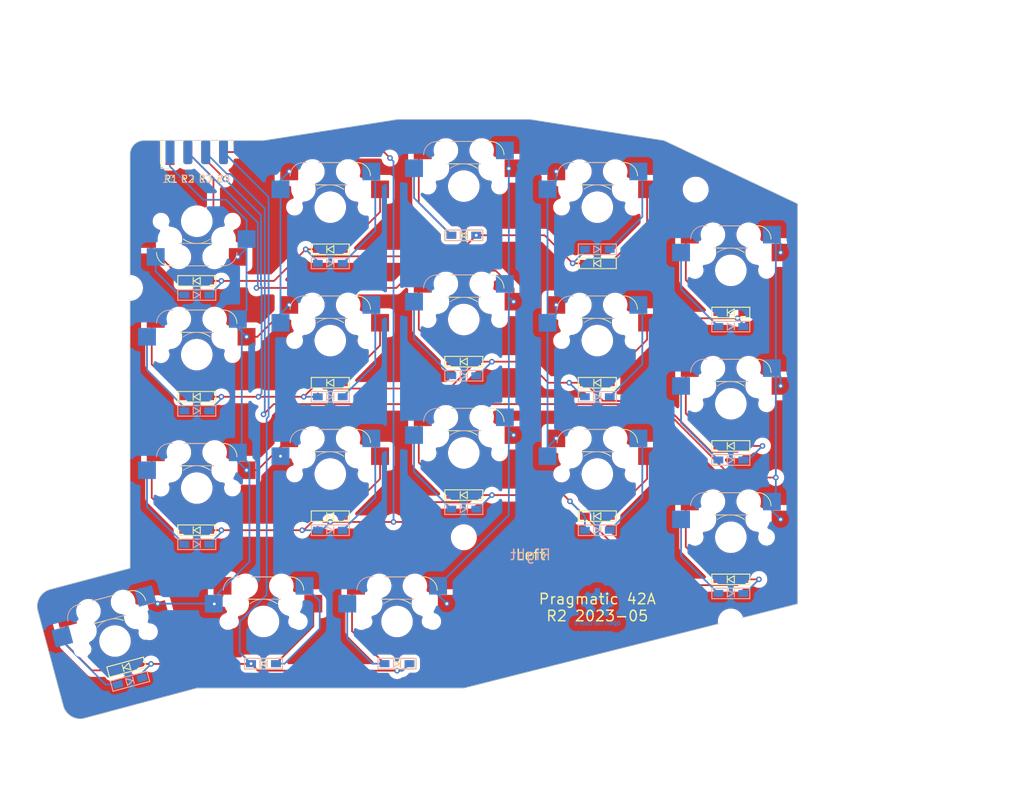
<source format=kicad_pcb>
(kicad_pcb (version 20221018) (generator pcbnew)
  (title_block (title "Pragmatic 36A") (date "2023-05-24") (rev "1") (company "Pragmatic Inc.") (comment 1 "Designed by James Sa"))
  (layers (0 "F.Cu" signal) (31 "B.Cu" signal) (34 "B.Paste" user) (35 "F.Paste" user) (36 "B.SilkS" user "B.Silkscreen") (37 "F.SilkS" user "F.Silkscreen") (38 "B.Mask" user) (39 "F.Mask" user) (44 "Edge.Cuts" user))
  (net 0 "")
  (net 1 "Net-(D14-K)")
  (net 2 "Row 2")
  (net 3 "Net-(D15-A)")
  (net 4 "Net-(D16-K)")
  (net 5 "Net-(D17-A)")
  (net 6 "Net-(D18-K)")
  (net 7 "Net-(D19-A)")
  (net 8 "Net-(D20-K)")
  (net 9 "Net-(D21-A)")
  (net 10 "Net-(D22-K)")
  (net 11 "Net-(D23-A)")
  (net 12 "C12")
  (net 13 "C34")
  (net 14 "C56")
  (net 15 "Row 3")
  (net 16 "Row 4")
  (net 17 "Row 5")
  (net 18 "Net-(D26-K)")
  (net 19 "Net-(D27-A)")
  (net 20 "Net-(D28-K)")
  (net 21 "Net-(D29-A)")
  (net 22 "Net-(D30-K)")
  (net 23 "Net-(D31-A)")
  (net 24 "Net-(D32-K)")
  (net 25 "Net-(D33-A)")
  (net 26 "Net-(D34-K)")
  (net 27 "Net-(D35-A)")
  (net 28 "Net-(D38-K)")
  (net 29 "Net-(D39-A)")
  (net 30 "Net-(D40-K)")
  (net 31 "Net-(D41-A)")
  (net 32 "Net-(D42-K)")
  (net 33 "Net-(D43-A)")
  (net 34 "Net-(D44-K)")
  (net 35 "Net-(D45-A)")
  (net 36 "Net-(D46-K)")
  (net 37 "Net-(D47-A)")
  (net 38 "Net-(D52-K)")
  (net 39 "Net-(D53-A)")
  (net 40 "Net-(D54-K)")
  (net 41 "Net-(D55-A)")
  (net 42 "Net-(D56-K)")
  (net 43 "Net-(D57-A)")
  (footprint "Keyboard_JSA:MX_Hotswap" (layer "F.Cu") (at 138 72)
    (fp_text reference "SW20" hide)
    (fp_text value "SW_Push_45deg" hide)
  )
  (footprint "Keyboard_JSA:MX_Hotswap Reverse" (layer "F.Cu") (at 138 72)
    (fp_text reference "SW17" hide)
    (fp_text value "SW_Push_45deg" hide)
  )
  (footprint "MountingHole:MountingHole_3.2mm_M3_DIN965" (layer "F.Cu") (at 157 119)
    (fp_text reference "H1" hide)
    (fp_text value "MountingHole" hide)
  )
  (footprint "Keyboard_JSA:MX_Hotswap Reverse" (layer "F.Cu") (at 138 91)
    (fp_text reference "SW29" hide)
    (fp_text value "SW_Push_45deg" hide)
  )
  (footprint "Keyboard_Foostan:D3_SMD_v2" (layer "F.Cu") (at 176 97)
    (fp_text reference "D27" hide)
    (fp_text value "1N4448W" hide)
  )
  (footprint "Keyboard_Foostan:D3_SMD_v2" (layer "F.Cu") (at 119 82.5)
    (fp_text reference "D18" hide)
    (fp_text value "1N4448W" hide)
  )
  (footprint "Keyboard_JSA:MX_Hotswap" (layer "F.Cu") (at 176 72)
    (fp_text reference "SW22" hide)
    (fp_text value "SW_Push_45deg" hide)
  )
  (footprint "Keyboard_JSA:MX_Hotswap" (layer "F.Cu") (at 138 110)
    (fp_text reference "SW44" hide)
    (fp_text value "SW_Push_45deg" hide)
  )
  (footprint "Keyboard_JSA:MX_Hotswap Reverse" (layer "F.Cu") (at 176 72)
    (fp_text reference "SW15" hide)
    (fp_text value "SW_Push_45deg" hide)
  )
  (footprint "Keyboard_Foostan:D3_SMD_v2" (layer "F.Cu") (at 176 80)
    (fp_text reference "D15" hide)
    (fp_text value "1N4448W" hide)
  )
  (footprint "Keyboard_JSA:MX_Hotswap" (layer "F.Cu") (at 176 91)
    (fp_text reference "SW34" hide)
    (fp_text value "SW_Push_45deg" hide)
  )
  (footprint "Keyboard_Foostan:D3_SMD_v2" (layer "F.Cu") (at 147.500016 137)
    (fp_text reference "D52" hide)
    (fp_text value "1N4448W" hide)
  )
  (footprint "Keyboard_Foostan:D3_SMD_v2" (layer "F.Cu") (at 157 76)
    (fp_text reference "D16" hide)
    (fp_text value "1N4448W" hide)
  )
  (footprint "Keyboard_JSA:MX_Hotswap Reverse" (layer "F.Cu") (at 195 100)
    (fp_text reference "SW26" hide)
    (fp_text value "SW_Push_45deg" hide)
  )
  (footprint "Keyboard_JSA:MX_Hotswap" (layer "F.Cu") (at 157 69)
    (fp_text reference "SW21" hide)
    (fp_text value "SW_Push_45deg" hide)
  )
  (footprint "Keyboard_JSA:MX_Hotswap" (layer "F.Cu") (at 119 74 180)
    (fp_text reference "SW19" hide)
    (fp_text value "SW_Push_45deg" hide)
  )
  (footprint "Keyboard_JSA:MX_Hotswap" (layer "F.Cu") (at 157 107)
    (fp_text reference "SW45" hide)
    (fp_text value "SW_Push_45deg" hide)
  )
  (footprint "Keyboard_JSA:MX_Hotswap Reverse" (layer "F.Cu") (at 195 119)
    (fp_text reference "SW38" hide)
    (fp_text value "SW_Push_45deg" hide)
  )
  (footprint "Keyboard_Foostan:D3_SMD_v2" (layer "F.Cu") (at 109 137.5 15)
    (fp_text reference "D54" hide)
    (fp_text value "1N4448W" hide)
  )
  (footprint "Keyboard_JSA:MX_Hotswap" (layer "F.Cu") (at 157 88)
    (fp_text reference "SW33" hide)
    (fp_text value "SW_Push_45deg" hide)
  )
  (footprint "Keyboard_JSA:MX_Hotswap Reverse" (layer "F.Cu") (at 176 91)
    (fp_text reference "SW27" hide)
    (fp_text value "SW_Push_45deg" hide)
  )
  (footprint "Keyboard_JSA:MX_Hotswap" (layer "F.Cu") (at 195 119)
    (fp_text reference "SW47" hide)
    (fp_text value "SW_Push_45deg" hide)
  )
  (footprint "Keyboard_Foostan:D3_SMD_v2" (layer "F.Cu") (at 128.5 137)
    (fp_text reference "D53" hide)
    (fp_text value "1N4448W" hide)
  )
  (footprint "Keyboard_Foostan:D3_SMD_v2" (layer "F.Cu") (at 176 116)
    (fp_text reference "D39" hide)
    (fp_text value "1N4448W" hide)
  )
  (footprint "Keyboard_JSA:MX_Hotswap Reverse" (layer "F.Cu") (at 147.5 131)
    (fp_text reference "SW52" hide)
    (fp_text value "SW_Push_45deg" hide)
  )
  (footprint "Keyboard_JSA:MX_Hotswap" (layer "F.Cu") (at 138 91)
    (fp_text reference "SW32" hide)
    (fp_text value "SW_Push_45deg" hide)
  )
  (footprint "Keyboard_Foostan:D3_SMD_v2" (layer "F.Cu") (at 119 118)
    (fp_text reference "D42" hide)
    (fp_text value "1N4448W" hide)
  )
  (footprint "Keyboard_Foostan:D3_SMD_v2" (layer "F.Cu") (at 119 99)
    (fp_text reference "D30" hide)
    (fp_text value "1N4448W" hide)
  )
  (footprint "Keyboard_Foostan:D3_SMD_v2" (layer "F.Cu") (at 157 94)
    (fp_text reference "D28" hide)
    (fp_text value "1N4448W" hide)
  )
  (footprint "Keyboard_JSA:MX_Hotswap" (layer "F.Cu") (at 195 100)
    (fp_text reference "SW35" hide)
    (fp_text value "SW_Push_45deg" hide)
  )
  (footprint "Keyboard_JSA:MX_Hotswap" (layer "F.Cu") (at 119 112)
    (fp_text reference "SW43" hide)
    (fp_text value "SW_Push_45deg" hide)
  )
  (footprint "Keyboard_JSA:MX_Hotswap" (layer "F.Cu") (at 119 93)
    (fp_text reference "SW31" hide)
    (fp_text value "SW_Push_45deg" hide)
  )
  (footprint "Keyboard_JSA:MX_Hotswap Reverse" (layer "F.Cu") (at 157 88)
    (fp_text reference "SW28" hide)
    (fp_text value "SW_Push_45deg" hide)
  )
  (footprint "MountingHole:MountingHole_3.2mm_M3_DIN965" (layer "F.Cu") (at 195 131)
    (fp_text reference "H2" hide)
    (fp_text value "MountingHole" hide)
  )
  (footprint "Keyboard_JSA:MX_Hotswap Reverse" (layer "F.Cu") (at 119 112)
    (fp_text reference "SW42" hide)
    (fp_text value "SW_Push_45deg" hide)
  )
  (footprint "Keyboard_JSA:MX_Hotswap Reverse" (layer "F.Cu") (at 195 81)
    (fp_text reference "SW14" hide)
    (fp_text value "SW_Push_45deg" hide)
  )
  (footprint "Keyboard_JSA:MX_Hotswap Reverse" (layer "F.Cu") (at 119 93)
    (fp_text reference "SW30" hide)
    (fp_text value "SW_Push_45deg" hide)
  )
  (footprint "MountingHole:MountingHole_3.2mm_M3_DIN965" (layer "F.Cu") (at 190 69.5)
    (fp_text reference "H3" hide)
    (fp_text value "MountingHole" hide)
  )
  (footprint "Keyboard_JSA:matrix_connector" (layer "F.Cu") (at 119 62.5 -90)
    (fp_text reference "J1" hide)
    (fp_text value "Conn_02x04_Odd_Even" hide)
    (fp_line (start 0 -7.5) (end 0 7.5) (stroke (width 0.12)) (layer "Edge.Cuts"))
  )
  (footprint "Keyboard_Foostan:D3_SMD_v2" (layer "F.Cu") (at 195 106)
    (fp_text reference "D26" hide)
    (fp_text value "1N4448W" hide)
  )
  (footprint "Keyboard_JSA:MX_Hotswap Reverse" (layer "F.Cu") (at 128.5 131)
    (fp_text reference "SW53" hide)
    (fp_text value "SW_Push_45deg" hide)
  )
  (footprint "MountingHole:MountingHole_3.2mm_M3_DIN965" (layer "F.Cu") (at 109.5 83.5)
    (fp_text reference "H4" hide)
    (fp_text value "MountingHole" hide)
  )
  (footprint "Keyboard_JSA:MX_Hotswap Reverse" (layer "F.Cu") (at 119 74 180)
    (fp_text reference "SW18" hide)
    (fp_text value "SW_Push_45deg" hide)
  )
  (footprint "Keyboard_JSA:MX_Hotswap" (layer "F.Cu") (at 195 81)
    (fp_text reference "SW23" hide)
    (fp_text value "SW_Push_45deg" hide)
  )
  (footprint "Keyboard_JSA:MX_Hotswap Reverse" (layer "F.Cu") (at 157 107)
    (fp_text reference "SW40" hide)
    (fp_text value "SW_Push_45deg" hide)
  )
  (footprint "Keyboard_JSA:MX_Hotswap Reverse" (layer "F.Cu") (at 138 110)
    (fp_text reference "SW41" hide)
    (fp_text value "SW_Push_45deg" hide)
  )
  (footprint "Keyboard_Foostan:D3_SMD_v2" (layer "F.Cu") (at 195 87)
    (fp_text reference "D14" hide)
    (fp_text value "1N4448W" hide)
  )
  (footprint "Keyboard_Foostan:D3_SMD_v2" (layer "F.Cu") (at 138 78)
    (fp_text reference "D17" hide)
    (fp_text value "1N4448W" hide)
  )
  (footprint "Keyboard_JSA:MX_Hotswap Reverse" (layer "F.Cu") (at 176 110)
    (fp_text reference "SW39" hide)
    (fp_text value "SW_Push_45deg" hide)
  )
  (footprint "Keyboard_Foostan:D3_SMD_v2" (layer "F.Cu") (at 157 113)
    (fp_text reference "D40" hide)
    (fp_text value "1N4448W" hide)
  )
  (footprint "Keyboard_JSA:MX_Hotswap" (layer "F.Cu") (at 176 110)
    (fp_text reference "SW46" hide)
    (fp_text value "SW_Push_45deg" hide)
  )
  (footprint "Keyboard_Foostan:D3_SMD_v2" (layer "F.Cu") (at 138 97)
    (fp_text reference "D29" hide)
    (fp_text value "1N4448W" hide)
  )
  (footprint "Keyboard_JSA:MX_Hotswap Reverse" (layer "F.Cu") (at 157 69)
    (fp_text reference "SW16" hide)
    (fp_text value "SW_Push_45deg" hide)
  )
  (footprint "Keyboard_JSA:MX_Hotswap Reverse" (layer "F.Cu") (at 107.365 133.782 15)
    (fp_text reference "SW54" hide)
    (fp_text value "SW_Push_45deg" hide)
  )
  (footprint "Keyboard_Foostan:D3_SMD_v2" (layer "F.Cu") (at 195 125)
    (fp_text reference "D38" hide)
    (fp_text value "1N4448W" hide)
  )
  (footprint "Keyboard_Foostan:D3_SMD_v2" (layer "F.Cu") (at 138 116)
    (fp_text reference "D41" hide)
    (fp_text value "1N4448W" hide)
  )
  (footprint "Keyboard_Foostan:D3_SMD_v2" (layer "B.Cu") (at 195 127 180)
    (fp_text reference "D47" hide)
    (fp_text value "1N4448W" hide)
  )
  (footprint "Keyboard_Foostan:D3_SMD_v2" (layer "B.Cu") (at 138 99 180)
    (fp_text reference "D32" hide)
    (fp_text value "1N4448W" hide)
  )
  (footprint "Keyboard_Foostan:D3_SMD_v2" (layer "B.Cu") (at 157 76 180)
    (fp_text reference "D21" hide)
    (fp_text value "1N4448W" hide)
  )
  (footprint "Keyboard_Foostan:D3_SMD_v2" (layer "B.Cu") (at 128.5 137 180)
    (fp_text reference "D56" hide)
    (fp_text value "1N4448W" hide)
  )
  (footprint "Keyboard_Foostan:D3_SMD_v2" (layer "B.Cu") (at 147.5 137 180)
    (fp_text reference "D57" hide)
    (fp_text value "1N4448W" hide)
  )
  (footprint "Keyboard_Foostan:D3_SMD_v2" (layer "B.Cu") (at 195 89 180)
    (fp_text reference "D23" hide)
    (fp_text value "1N4448W" hide)
  )
  (footprint "Keyboard_Foostan:D3_SMD_v2" (layer "B.Cu") (at 119 101 180)
    (fp_text reference "D31" hide)
    (fp_text value "1N4448W" hide)
  )
  (footprint "Keyboard_JSA:MX_Hotswap_KH" (layer "B.Cu") (at 107.365004 133.782 -165)
    (fp_text reference "SW55" hide)
    (fp_text value "SW_Push_45deg" hide)
  )
  (footprint "Keyboard_JSA:OSHW-Logo2_7.3x6mm_Copper" (layer "B.Cu") (at 176 129 180)
    (fp_text reference "REF**" hide)
    (fp_text value "OSHW-Logo2_7.3x6mm_Copper" hide)
  )
  (footprint "Keyboard_Foostan:D3_SMD_v2" (layer "B.Cu") (at 176 118 180)
    (fp_text reference "D46" hide)
    (fp_text value "1N4448W" hide)
  )
  (footprint "Keyboard_Foostan:D3_SMD_v2" (layer "B.Cu") (at 138 118 180)
    (fp_text reference "D44" hide)
    (fp_text value "1N4448W" hide)
  )
  (footprint "Keyboard_Foostan:D3_SMD_v2" (layer "B.Cu") (at 195 108 180)
    (fp_text reference "D35" hide)
    (fp_text value "1N4448W" hide)
  )
  (footprint "Keyboard_Foostan:D3_SMD_v2" (layer "B.Cu") (at 119 120 180)
    (fp_text reference "D43" hide)
    (fp_text value "1N4448W" hide)
  )
  (footprint "Keyboard_Foostan:D3_SMD_v2" (layer "B.Cu") (at 119 84.5 180)
    (fp_text reference "D19" hide)
    (fp_text value "1N4448W" hide)
  )
  (footprint "Keyboard_Foostan:D3_SMD_v2" (layer "B.Cu") (at 138 80 180)
    (fp_text reference "D20" hide)
    (fp_text value "1N4448W" hide)
  )
  (footprint "Keyboard_Foostan:D3_SMD_v2" (layer "B.Cu") (at 157 96 180)
    (fp_text reference "D33" hide)
    (fp_text value "1N4448W" hide)
  )
  (footprint "Keyboard_Foostan:D3_SMD_v2" (layer "B.Cu") (at 176 78 180)
    (fp_text reference "D22" hide)
    (fp_text value "1N4448W" hide)
  )
  (footprint "Keyboard_Foostan:D3_SMD_v2" (layer "B.Cu") (at 157 115 180)
    (fp_text reference "D45" hide)
    (fp_text value "1N4448W" hide)
  )
  (footprint "Keyboard_Foostan:D3_SMD_v2" (layer "B.Cu") (at 176 99 180)
    (fp_text reference "D34" hide)
    (fp_text value "1N4448W" hide)
  )
  (footprint "Keyboard_JSA:MX_Hotswap_KH" (layer "B.Cu") (at 128.500004 131 180)
    (fp_text reference "SW56" hide)
    (fp_text value "SW_Push_45deg" hide)
  )
  (footprint "Keyboard_Foostan:D3_SMD_v2" (layer "B.Cu") (at 109.5 139.5 -165)
    (fp_text reference "D55" hide)
    (fp_text value "1N4448W" hide)
  )
  (footprint "Keyboard_JSA:MX_Hotswap_KH" (layer "B.Cu") (at 147.5 131 180)
    (fp_text reference "SW57" hide)
    (fp_text value "SW_Push_45deg" hide)
  )
  (gr_line (start 147.5 59.5) (end 128.5 62.5) (stroke (width 0.1)) (layer "Edge.Cuts"))
  (gr_line (start 185.5 62.5) (end 166.5 59.5) (stroke (width 0.1)) (layer "Edge.Cuts"))
  (gr_line (start 109.5001 64.519985) (end 109.5 123.4) (stroke (width 0.1)) (layer "Edge.Cuts"))
  (gr_line (start 128.5 62.5) (end 126.5 62.5) (stroke (width 0.1)) (layer "Edge.Cuts"))
  (gr_line (start 157 140.5) (end 204.5 128.5) (stroke (width 0.1)) (layer "Edge.Cuts"))
  (gr_line (start 96.376971 129.4793) (end 100.000438 143.002262) (stroke (width 0.1)) (layer "Edge.Cuts"))
  (gr_line (start 119.000076 140.499514) (end 157 140.5) (stroke (width 0.1)) (layer "Edge.Cuts"))
  (gr_line (start 119.000076 140.499514) (end 103.0623 144.770029) (stroke (width 0.1)) (layer "Edge.Cuts"))
  (gr_arc (start 109.5001 64.519985) (mid 110.078738 63.09287) (end 111.5 62.5) (stroke (width 0.1)) (layer "Edge.Cuts"))
  (gr_line (start 204.5 71.5) (end 185.5 62.5) (stroke (width 0.1)) (layer "Edge.Cuts"))
  (gr_arc (start 96.376971 129.4793) (mid 96.626722 127.582253) (end 98.144738 126.417438) (stroke (width 0.1)) (layer "Edge.Cuts"))
  (gr_line (start 166.5 59.5) (end 147.5 59.5) (stroke (width 0.1)) (layer "Edge.Cuts"))
  (gr_line (start 204.5 128.5) (end 204.5 71.5) (stroke (width 0.1)) (layer "Edge.Cuts"))
  (gr_line (start 109.5 123.4) (end 98.144738 126.417438) (stroke (width 0.1)) (layer "Edge.Cuts"))
  (gr_arc (start 103.0623 144.770029) (mid 101.165253 144.520278) (end 100.000438 143.002262) (stroke (width 0.1)) (layer "Edge.Cuts"))
  (gr_text "C1" (at 115.053 68) (layer "B.SilkS") (effects (font (size 1 1)) (justify mirror)))
  (gr_text "C3" (at 117.72 68) (layer "B.SilkS") (effects (font (size 1 1)) (justify mirror)))
  (gr_text "Right\n" (at 166.5 121.5) (layer "B.SilkS") (effects (font (size 1.5 1.5) (thickness 0.2)) (justify mirror)))
  (gr_text "R5" (at 122.8 68) (layer "B.SilkS") (effects (font (size 1 1)) (justify mirror)))
  (gr_text "C5" (at 120.26 68) (layer "B.SilkS") (effects (font (size 1 1)) (justify mirror)))
  (gr_text "R2" (at 117.72 68) (layer "F.SilkS") (effects (font (size 1 1))))
  (gr_text "R1" (at 115.307 68) (layer "F.SilkS") (effects (font (size 1 1))))
  (gr_text "Pragmatic 42A\nR2 2023-05" (at 176 129) (layer "F.SilkS") (effects (font (size 1.5 1.5) (thickness 0.2))))
  (gr_text "R4" (at 122.8 68) (layer "F.SilkS") (effects (font (size 1 1))))
  (gr_text "R3" (at 120.26 68) (layer "F.SilkS") (effects (font (size 1 1))))
  (gr_text "Left" (at 166.5 121.5) (layer "F.SilkS") (effects (font (size 1.5 1.5) (thickness 0.2))))
  (segment (start 188.595 82.37) (end 193.225 87) (width 0.25) (layer "F.Cu") (net 1))
  (segment (start 188.595 76.483) (end 188.595 82.37) (width 0.25) (layer "F.Cu") (net 1))
  (segment (start 172.5 80) (end 174.225 80) (width 0.25) (layer "F.Cu") (net 2))
  (segment (start 122.5 82.5) (end 130 82.5) (width 0.25) (layer "F.Cu") (net 2))
  (segment (start 135.5 79) (end 155.775 79) (width 0.25) (layer "F.Cu") (net 2))
  (segment (start 158.775 76) (end 168.5 76) (width 0.25) (layer "F.Cu") (net 2))
  (segment (start 117.73 64.234132) (end 121.375 67.879132) (width 0.25) (layer "F.Cu") (net 2))
  (segment (start 182.325 80.825) (end 189.325 87.825) (width 0.25) (layer "F.Cu") (net 2))
  (segment (start 121.375 67.879132) (end 121.375 75.125) (width 0.25) (layer "F.Cu") (net 2))
  (segment (start 120.775 82.5) (end 122.5 82.5) (width 0.25) (layer "F.Cu") (net 2))
  (segment (start 195.95 87.825) (end 196.775 87) (width 0.25) (layer "F.Cu") (net 2))
  (segment (start 130 82.5) (end 134.5 78) (width 0.25) (layer "F.Cu") (net 2))
  (segment (start 176.75 80) (end 176.75 80.825) (width 0.25) (layer "F.Cu") (net 2))
  (segment (start 174.225 80) (end 176.75 80) (width 0.25) (layer "F.Cu") (net 2))
  (segment (start 134.5 78) (end 136.225 78) (width 0.25) (layer "F.Cu") (net 2))
  (segment (start 134.5 78) (end 135.5 79) (width 0.25) (layer "F.Cu") (net 2))
  (segment (start 119.665 76.835) (end 119.665 81.39) (width 0.25) (layer "F.Cu") (net 2))
  (segment (start 155.775 79) (end 158.775 76) (width 0.25) (layer "F.Cu") (net 2))
  (segment (start 119.665 81.39) (end 120.775 82.5) (width 0.25) (layer "F.Cu") (net 2))
  (segment (start 176.75 80.825) (end 182.325 80.825) (width 0.25) (layer "F.Cu") (net 2))
  (segment (start 121.375 75.125) (end 119.665 76.835) (width 0.25) (layer "F.Cu") (net 2))
  (segment (start 189.325 87.825) (end 195.95 87.825) (width 0.25) (layer "F.Cu") (net 2))
  (segment (start 168.5 76) (end 172.5 80) (width 0.25) (layer "F.Cu") (net 2))
  (via (at 134.5 78) (size 0.8) (drill 0.4) (layers "F.Cu" "B.Cu") (net 2))
  (via (at 122.5 82.5) (size 0.8) (drill 0.4) (layers "F.Cu" "B.Cu") (net 2))
  (via (at 158.775 76) (size 0.8) (drill 0.4) (layers "F.Cu" "B.Cu") (net 2))
  (via (at 195.95 87.825) (size 0.8) (drill 0.4) (layers "F.Cu" "B.Cu") (net 2))
  (via (at 172.5 80) (size 0.8) (drill 0.4) (layers "F.Cu" "B.Cu") (net 2))
  (segment (start 196.775 88.65) (end 195.95 87.825) (width 0.25) (layer "B.Cu") (net 2))
  (segment (start 122.5 82.775) (end 122.5 82.5) (width 0.25) (layer "B.Cu") (net 2))
  (segment (start 120.775 84.5) (end 122.5 82.775) (width 0.25) (layer "B.Cu") (net 2))
  (segment (start 174.225 78.275) (end 172.5 80) (width 0.25) (layer "B.Cu") (net 2))
  (segment (start 136.225 79.725) (end 134.5 78) (width 0.25) (layer "B.Cu") (net 2))
  (segment (start 183.085 69.46) (end 183.085 74.69) (width 0.25) (layer "F.Cu") (net 3))
  (segment (start 183.085 74.69) (end 177.775 80) (width 0.25) (layer "F.Cu") (net 3))
  (segment (start 150.595 64.483) (end 150.595 71.37) (width 0.25) (layer "F.Cu") (net 4))
  (segment (start 150.595 71.37) (end 155.225 76) (width 0.25) (layer "F.Cu") (net 4))
  (segment (start 145.085 72.69) (end 139.775 78) (width 0.25) (layer "F.Cu") (net 5))
  (segment (start 145.085 69.46) (end 145.085 72.69) (width 0.25) (layer "F.Cu") (net 5))
  (segment (start 111.915 77.19) (end 117.225 82.5) (width 0.25) (layer "F.Cu") (net 6))
  (segment (start 113.158 79.04) (end 113.158 81.158) (width 0.25) (layer "B.Cu") (net 7))
  (segment (start 113.158 81.158) (end 116.5 84.5) (width 0.25) (layer "B.Cu") (net 7))
  (segment (start 116.5 84.5) (end 117.225 84.5) (width 0.25) (layer "B.Cu") (net 7))
  (segment (start 144.405 75.37) (end 139.775 80) (width 0.25) (layer "B.Cu") (net 8))
  (segment (start 144.405 67.483) (end 144.405 75.37) (width 0.25) (layer "B.Cu") (net 8))
  (segment (start 149.915 70.69) (end 155.225 76) (width 0.25) (layer "B.Cu") (net 9))
  (segment (start 149.915 66.46) (end 149.915 70.69) (width 0.25) (layer "B.Cu") (net 9))
  (segment (start 182.405 73.37) (end 177.775 78) (width 0.25) (layer "B.Cu") (net 10))
  (segment (start 182.405 67.483) (end 182.405 73.37) (width 0.25) (layer "B.Cu") (net 10))
  (segment (start 187.915 83.69) (end 193.225 89) (width 0.25) (layer "B.Cu") (net 11))
  (segment (start 187.915 78.46) (end 187.915 83.69) (width 0.25) (layer "B.Cu") (net 11))
  (segment (start 127.618 90.46) (end 132.158 85.92) (width 0.25) (layer "F.Cu") (net 12))
  (segment (start 122.658 127.342) (end 121.5 128.5) (width 0.25) (layer "F.Cu") (net 12))
  (segment (start 126.085 90.46) (end 127.618 90.46) (width 0.25) (layer "F.Cu") (net 12))
  (segment (start 132.158 104.92) (end 130.915 106.163) (width 0.25) (layer "F.Cu") (net 12))
  (segment (start 130.915 106.163) (end 130.915 107.46) (width 0.25) (layer "F.Cu") (net 12))
  (segment (start 126.085 109.46) (end 127.618 109.46) (width 0.25) (layer "F.Cu") (net 12))
  (segment (start 122.658 125.92) (end 122.658 127.342) (width 0.25) (layer "F.Cu") (net 12))
  (segment (start 127.618 109.46) (end 132.158 104.92) (width 0.25) (layer "F.Cu") (net 12))
  (via (at 126.085 90.46) (size 0.8) (drill 0.4) (layers "F.Cu" "B.Cu") (net 12))
  (via (at 124.842 79.08) (size 0.8) (drill 0.4) (layers "F.Cu" "B.Cu") (net 12))
  (via (at 113.436866 128.46) (size 0.8) (drill 0.4) (layers "F.Cu" "B.Cu") (net 12))
  (via (at 121.5 128.5) (size 0.8) (drill 0.4) (layers "F.Cu" "B.Cu") (net 12))
  (via (at 126.085 109.46) (size 0.8) (drill 0.4) (layers "F.Cu" "B.Cu") (net 12))
  (via (at 130.915 107.46) (size 0.8) (drill 0.4) (layers "F.Cu" "B.Cu") (net 12))
  (via (at 132.158 85.92) (size 0.8) (drill 0.4) (layers "F.Cu" "B.Cu") (net 12))
  (via (at 132.158 66.92) (size 0.8) (drill 0.4) (layers "F.Cu" "B.Cu") (net 12))
  (segment (start 121.415004 128.46) (end 113.436866 128.46) (width 0.25) (layer "B.Cu") (net 12))
  (segment (start 124.842 106.92) (end 126.5 108.578) (width 0.25) (layer "B.Cu") (net 12))
  (segment (start 124.842 87.92) (end 124.842 89.217) (width 0.25) (layer "B.Cu") (net 12))
  (segment (start 130.915 69.46) (end 130.915 68.163) (width 0.25) (layer "B.Cu") (net 12))
  (segment (start 124.842 106.92) (end 124.842 108.217) (width 0.25) (layer "B.Cu") (net 12))
  (segment (start 115.19 66.212066) (end 119.927435 70.949501) (width 0.25) (layer "B.Cu") (net 12))
  (segment (start 124.842 89.217) (end 126.085 90.46) (width 0.25) (layer "B.Cu") (net 12))
  (segment (start 115.19 64.234132) (end 115.19 66.212066) (width 0.25) (layer "B.Cu") (net 12))
  (segment (start 130.915 87.163) (end 132.158 85.92) (width 0.25) (layer "B.Cu") (net 12))
  (segment (start 126.085 76.5) (end 126.085 86.677) (width 0.25) (layer "B.Cu") (net 12))
  (segment (start 119.927435 70.949501) (end 123.186189 70.949501) (width 0.25) (layer "B.Cu") (net 12))
  (segment (start 130.915 68.163) (end 132.158 66.92) (width 0.25) (layer "B.Cu") (net 12))
  (segment (start 126.085 86.677) (end 124.842 87.92) (width 0.25) (layer "B.Cu") (net 12))
  (segment (start 126.085 77.837) (end 124.842 79.08) (width 0.25) (layer "B.Cu") (net 12))
  (segment (start 130.915 88.46) (end 130.915 87.163) (width 0.25) (layer "B.Cu") (net 12))
  (segment (start 113.436866 128.46) (end 111.693042 126.716176) (width 0.25) (layer "B.Cu") (net 12))
  (segment (start 126.5 108.578) (end 126.5 122.5) (width 0.25) (layer "B.Cu") (net 12))
  (segment (start 124.842 108.217) (end 126.085 109.46) (width 0.25) (layer "B.Cu") (net 12))
  (segment (start 130.915 69.46) (end 130.915 88.46) (width 0.25) (layer "B.Cu") (net 12))
  (segment (start 125.405 88.483) (end 125.405 106.357) (width 0.25) (layer "B.Cu") (net 12))
  (segment (start 126.085 76.5) (end 126.085 77.837) (width 0.25) (layer "B.Cu") (net 12))
  (segment (start 126.085 73.848312) (end 126.085 76.5) (width 0.25) (layer "B.Cu") (net 12))
  (segment (start 126.5 122.5) (end 121.415004 127.584996) (width 0.25) (layer "B.Cu") (net 12))
  (segment (start 123.186189 70.949501) (end 126.085 73.848312) (width 0.25) (layer "B.Cu") (net 12))
  (segment (start 147.403 83.5) (end 149.858 81.045) (width 0.25) (layer "F.Cu") (net 13))
  (segment (start 164.085 83.585) (end 164.085 85.46) (width 0.25) (layer "F.Cu") (net 13))
  (segment (start 161.545 81.045) (end 164.085 83.585) (width 0.25) (layer "F.Cu") (net 13))
  (segment (start 164.085 66.46) (end 169.698 66.46) (width 0.25) (layer "F.Cu") (net 13))
  (segment (start 149.858 81.045) (end 161.545 81.045) (width 0.25) (layer "F.Cu") (net 13))
  (segment (start 127.5 83.5) (end 147.403 83.5) (width 0.25) (layer "F.Cu") (net 13))
  (via (at 164.085 104.46) (size 0.8) (drill 0.4) (layers "F.Cu" "B.Cu") (net 13))
  (via (at 170.158 104.92) (size 0.8) (drill 0.4) (layers "F.Cu" "B.Cu") (net 13))
  (via (at 154.585 128.46) (size 0.8) (drill 0.4) (layers "F.Cu" "B.Cu") (net 13))
  (via (at 170.158 85.92) (size 0.8) (drill 0.4) (layers "F.Cu" "B.Cu") (net 13))
  (via (at 164.085 85.46) (size 0.8) (drill 0.4) (layers "F.Cu" "B.Cu") (net 13))
  (via (at 127.5 83.5) (size 0.8) (drill 0.4) (layers "F.Cu" "B.Cu") (net 13))
  (via (at 170.158 66.92) (size 0.8) (drill 0.4) (layers "F.Cu" "B.Cu") (net 13))
  (via (at 163.405 66.5) (size 0.8) (drill 0.4) (layers "F.Cu" "B.Cu") (net 13))
  (segment (start 117.73 64.234132) (end 127.685 74.189132) (width 0.25) (layer "B.Cu") (net 13))
  (segment (start 163.405 104) (end 163.625 104) (width 0.25) (layer "B.Cu") (net 13))
  (segment (start 163.405 115.857) (end 153.342 125.92) (width 0.25) (layer "B.Cu") (net 13))
  (segment (start 170.158 68.217) (end 170.158 66.92) (width 0.25) (layer "B.Cu") (net 13))
  (segment (start 153.342 125.92) (end 153.342 127.217) (width 0.25) (layer "B.Cu") (net 13))
  (segment (start 168.915 88.46) (end 168.915 107.46) (width 0.25) (layer "B.Cu") (net 13))
  (segment (start 163.405 66.5) (end 163.405 82.357) (width 0.25) (layer "B.Cu") (net 13))
  (segment (start 163.625 104) (end 164.085 104.46) (width 0.25) (layer "B.Cu") (net 13))
  (segment (start 168.915 88.46) (end 170.158 87.217) (width 0.25) (layer "B.Cu") (net 13))
  (segment (start 168.915 107.46) (end 168.915 106.163) (width 0.25) (layer "B.Cu") (net 13))
  (segment (start 163.405 104) (end 163.405 115.857) (width 0.25) (layer "B.Cu") (net 13))
  (segment (start 168.915 69.46) (end 168.915 88.46) (width 0.25) (layer "B.Cu") (net 13))
  (segment (start 163.405 83.483) (end 163.405 85) (width 0.25) (layer "B.Cu") (net 13))
  (segment (start 153.342 127.217) (end 154.585 128.46) (width 0.25) (layer "B.Cu") (net 13))
  (segment (start 163.405 85) (end 163.625 85) (width 0.25) (layer "B.Cu") (net 13))
  (segment (start 163.405 64.483) (end 163.405 66.5) (width 0.25) (layer "B.Cu") (net 13))
  (segment (start 127.685 74.189132) (end 127.685 83.315) (width 0.25) (layer "B.Cu") (net 13))
  (segment (start 168.915 69.46) (end 170.158 68.217) (width 0.25) (layer "B.Cu") (net 13))
  (segment (start 127.685 83.315) (end 127.5 83.5) (width 0.25) (layer "B.Cu") (net 13))
  (segment (start 163.625 85) (end 164.085 85.46) (width 0.25) (layer "B.Cu") (net 13))
  (segment (start 163.405 85) (end 163.405 101.357) (width 0.25) (layer "B.Cu") (net 13))
  (segment (start 163.405 102.483) (end 163.405 104) (width 0.25) (layer "B.Cu") (net 13))
  (segment (start 170.158 87.217) (end 170.158 85.92) (width 0.25) (layer "B.Cu") (net 13))
  (segment (start 168.915 106.163) (end 170.158 104.92) (width 0.25) (layer "B.Cu") (net 13))
  (segment (start 195.23931 110.5) (end 201.405 110.5) (width 0.25) (layer "F.Cu") (net 14))
  (segment (start 184.78431 100.045) (end 195.23931 110.5) (width 0.25) (layer "F.Cu") (net 14))
  (segment (start 129.955 100.045) (end 184.78431 100.045) (width 0.25) (layer "F.Cu") (net 14))
  (segment (start 128.5 101.5) (end 129.955 100.045) (width 0.25) (layer "F.Cu") (net 14))
  (via (at 202.085 78.46) (size 0.8) (drill 0.4) (layers "F.Cu" "B.Cu") (net 14))
  (via (at 201.405 110.5) (size 0.8) (drill 0.4) (layers "F.Cu" "B.Cu") (net 14))
  (via (at 202.085 116.46) (size 0.8) (drill 0.4) (layers "F.Cu" "B.Cu") (net 14))
  (via (at 202.085 97.46) (size 0.8) (drill 0.4) (layers "F.Cu" "B.Cu") (net 14))
  (via (at 128.5 101.5) (size 0.8) (drill 0.4) (layers "F.Cu" "B.Cu") (net 14))
  (segment (start 120.27 64.244695) (end 123.288506 67.263201) (width 0.25) (layer "B.Cu") (net 14))
  (segment (start 201.405 95.483) (end 201.405 110.5) (width 0.25) (layer "B.Cu") (net 14))
  (segment (start 200.842 94.92) (end 202.085 96.163) (width 0.25) (layer "B.Cu") (net 14))
  (segment (start 123.763201 67.263201) (end 128.674001 72.174001) (width 0.25) (layer "B.Cu") (net 14))
  (segment (start 201.405 110.5) (end 201.405 113.357) (width 0.25) (layer "B.Cu") (net 14))
  (segment (start 128.674001 101.325999) (end 128.5 101.5) (width 0.25) (layer "B.Cu") (net 14))
  (segment (start 200.842 75.92) (end 202.085 77.163) (width 0.25) (layer "B.Cu") (net 14))
  (segment (start 202.085 96.163) (end 202.085 97.46) (width 0.25) (layer "B.Cu") (net 14))
  (segment (start 201.405 76.483) (end 201.405 94.357) (width 0.25) (layer "B.Cu") (net 14))
  (segment (start 200.842 115.217) (end 202.085 116.46) (width 0.25) (layer "B.Cu") (net 14))
  (segment (start 128.674001 72.174001) (end 128.674001 101.325999) (width 0.25) (layer "B.Cu") (net 14))
  (segment (start 123.288506 67.263201) (end 123.763201 67.263201) (width 0.25) (layer "B.Cu") (net 14))
  (segment (start 200.842 113.92) (end 200.842 115.217) (width 0.25) (layer "B.Cu") (net 14))
  (segment (start 202.085 77.163) (end 202.085 78.46) (width 0.25) (layer "B.Cu") (net 14))
  (segment (start 174.225 97) (end 176.820499 99.595499) (width 0.25) (layer "F.Cu") (net 15))
  (segment (start 134.225 99) (end 136.225 97) (width 0.25) (layer "F.Cu") (net 15))
  (segment (start 192.2 106.825) (end 195.95 106.825) (width 0.25) (layer "F.Cu") (net 15))
  (segment (start 169 97) (end 174.225 97) (width 0.25) (layer "F.Cu") (net 15))
  (segment (start 195.95 106.825) (end 196.775 106) (width 0.25) (layer "F.Cu") (net 15))
  (segment (start 136.225 97) (end 137.05 97.825) (width 0.25) (layer "F.Cu") (net 15))
  (segment (start 158.775 94) (end 161 94) (width 0.25) (layer "F.Cu") (net 15))
  (segment (start 120.775 99) (end 122.5 99) (width 0.25) (layer "F.Cu") (net 15))
  (segment (start 161 94) (end 166 94) (width 0.25) (layer "F.Cu") (net 15))
  (segment (start 176.820499 99.595499) (end 184.970499 99.595499) (width 0.25) (layer "F.Cu") (net 15))
  (segment (start 120.27 65.245402) (end 123.012299 67.987701) (width 0.25) (layer "F.Cu") (net 15))
  (segment (start 122.5 99) (end 134.225 99) (width 0.25) (layer "F.Cu") (net 15))
  (segment (start 184.970499 99.595499) (end 192.2 106.825) (width 0.25) (layer "F.Cu") (net 15))
  (segment (start 166 94) (end 169 97) (width 0.25) (layer "F.Cu") (net 15))
  (segment (start 154.95 97.825) (end 158.775 94) (width 0.25) (layer "F.Cu") (net 15))
  (segment (start 196.775 106) (end 199.5 106) (width 0.25) (layer "F.Cu") (net 15))
  (segment (start 137.05 97.825) (end 154.95 97.825) (width 0.25) (layer "F.Cu") (net 15))
  (via (at 123.012299 67.987701) (size 0.8) (drill 0.4) (layers "F.Cu" "B.Cu") (net 15))
  (via (at 122.5 99) (size 0.8) (drill 0.4) (layers "F.Cu" "B.Cu") (net 15))
  (via (at 134.225 99) (size 0.8) (drill 0.4) (layers "F.Cu" "B.Cu") (net 15))
  (via (at 172 97) (size 0.8) (drill 0.4) (layers "F.Cu" "B.Cu") (net 15))
  (via (at 161 94) (size 0.8) (drill 0.4) (layers "F.Cu" "B.Cu") (net 15))
  (via (at 199.5 106) (size 0.8) (drill 0.4) (layers "F.Cu" "B.Cu") (net 15))
  (via (at 127.775001 99) (size 0.8) (drill 0.4) (layers "F.Cu" "B.Cu") (net 15))
  (segment (start 196.775 108) (end 197.5 108) (width 0.25) (layer "B.Cu") (net 15))
  (segment (start 174 99) (end 172 97) (width 0.25) (layer "B.Cu") (net 15))
  (segment (start 128.134501 83.109903) (end 128.134501 73.109903) (width 0.25) (layer "B.Cu") (net 15))
  (segment (start 122.5 99.275) (end 122.5 99) (width 0.25) (layer "B.Cu") (net 15))
  (segment (start 127.775001 99) (end 128.2245 98.550501) (width 0.25) (layer "B.Cu") (net 15))
  (segment (start 136.225 99) (end 134.225 99) (width 0.25) (layer "B.Cu") (net 15))
  (segment (start 197.5 108) (end 199.5 106) (width 0.25) (layer "B.Cu") (net 15))
  (segment (start 128.2245 98.550501) (end 128.2245 83.199902) (width 0.25) (layer "B.Cu") (net 15))
  (segment (start 128.134501 73.109903) (end 123.012299 67.987701) (width 0.25) (layer "B.Cu") (net 15))
  (segment (start 159 96) (end 161 94) (width 0.25) (layer "B.Cu") (net 15))
  (segment (start 128.2245 83.199902) (end 128.134501 83.109903) (width 0.25) (layer "B.Cu") (net 15))
  (segment (start 120.775 101) (end 122.5 99.275) (width 0.25) (layer "B.Cu") (net 15))
  (segment (start 134 118) (end 134.225 118) (width 0.25) (layer "F.Cu") (net 16))
  (segment (start 136.225 116) (end 137.05 116.825) (width 0.25) (layer "F.Cu") (net 16))
  (segment (start 161 113) (end 171.225 113) (width 0.25) (layer "F.Cu") (net 16))
  (segment (start 158.775 113) (end 161 113) (width 0.25) (layer "F.Cu") (net 16))
  (segment (start 122.81 64.151) (end 145.651 64.151) (width 0.25) (layer "F.Cu") (net 16))
  (segment (start 195.95 125.825) (end 196.775 125) (width 0.25) (layer "F.Cu") (net 16))
  (segment (start 138 116.825) (end 147 116.825) (width 0.25) (layer "F.Cu") (net 16))
  (segment (start 152 114) (end 157.775 114) (width 0.25) (layer "F.Cu") (net 16))
  (segment (start 174.225 116) (end 184.05 125.825) (width 0.25) (layer "F.Cu") (net 16))
  (segment (start 149.175 116.825) (end 152 114) (width 0.25) (layer "F.Cu") (net 16))
  (segment (start 172.1125 113.8875) (end 174.225 116) (width 0.25) (layer "F.Cu") (net 16))
  (segment (start 145.651 64.151) (end 146.5 65) (width 0.25) (layer "F.Cu") (net 16))
  (segment (start 157.775 114) (end 158.775 113) (width 0.25) (layer "F.Cu") (net 16))
  (segment (start 171.225 113) (end 172.1125 113.8875) (width 0.25) (layer "F.Cu") (net 16))
  (segment (start 184.05 125.825) (end 195.95 125.825) (width 0.25) (layer "F.Cu") (net 16))
  (segment (start 196.775 125) (end 199 125) (width 0.25) (layer "F.Cu") (net 16))
  (segment (start 120.775 118) (end 134 118) (width 0.25) (layer "F.Cu") (net 16))
  (segment (start 137.05 116.825) (end 138 116.825) (width 0.25) (layer "F.Cu") (net 16))
  (segment (start 134.225 118) (end 136.225 116) (width 0.25) (layer "F.Cu") (net 16))
  (segment (start 147 116.825) (end 149.175 116.825) (width 0.25) (layer "F.Cu") (net 16))
  (via (at 122.5 118) (size 0.8) (drill 0.4) (layers "F.Cu" "B.Cu") (net 16))
  (via (at 146.5 65) (size 0.8) (drill 0.4) (layers "F.Cu" "B.Cu") (net 16))
  (via (at 147 116.825) (size 0.8) (drill 0.4) (layers "F.Cu" "B.Cu") (net 16))
  (via (at 138 116.825) (size 0.8) (drill 0.4) (layers "F.Cu" "B.Cu") (net 16))
  (via (at 172.1125 113.8875) (size 0.8) (drill 0.4) (layers "F.Cu" "B.Cu") (net 16))
  (via (at 161 113) (size 0.8) (drill 0.4) (layers "F.Cu" "B.Cu") (net 16))
  (via (at 199 125) (size 0.8) (drill 0.4) (layers "F.Cu" "B.Cu") (net 16))
  (via (at 134 118) (size 0.8) (drill 0.4) (layers "F.Cu" "B.Cu") (net 16))
  (segment (start 159 115) (end 161 113) (width 0.25) (layer "B.Cu") (net 16))
  (segment (start 174.225 116) (end 172.1125 113.8875) (width 0.25) (layer "B.Cu") (net 16))
  (segment (start 120.775 120) (end 122.5 118.275) (width 0.25) (layer "B.Cu") (net 16))
  (segment (start 136.825 118) (end 138 116.825) (width 0.25) (layer "B.Cu") (net 16))
  (segment (start 136.225 118) (end 134 118) (width 0.25) (layer "B.Cu") (net 16))
  (segment (start 136.225 118) (end 136.825 118) (width 0.25) (layer "B.Cu") (net 16))
  (segment (start 197 127) (end 199 125) (width 0.25) (layer "B.Cu") (net 16))
  (segment (start 147 65.5) (end 146.5 65) (width 0.25) (layer "B.Cu") (net 16))
  (segment (start 147 116.825) (end 147 65.5) (width 0.25) (layer "B.Cu") (net 16))
  (segment (start 174.225 118) (end 174.225 116) (width 0.25) (layer "B.Cu") (net 16))
  (segment (start 122.5 118.275) (end 122.5 118) (width 0.25) (layer "B.Cu") (net 16))
  (segment (start 127.725 138) (end 147.5 138) (width 0.25) (layer "F.Cu") (net 17))
  (segment (start 148.275016 138) (end 147.5 138) (width 0.25) (layer "F.Cu") (net 17))
  (segment (start 110.714518 137.040596) (end 112.5 137.040596) (width 0.25) (layer "F.Cu") (net 17))
  (segment (start 112.5 137.040596) (end 126.684406 137.040596) (width 0.25) (layer "F.Cu") (net 17))
  (segment (start 126.725 137) (end 127.725 138) (width 0.25) (layer "F.Cu") (net 17))
  (segment (start 149.275016 137) (end 148.275016 138) (width 0.25) (layer "F.Cu") (net 17))
  (via (at 112.5 137.040596) (size 0.8) (drill 0.4) (layers "F.Cu" "B.Cu") (net 17))
  (via (at 147.5 138) (size 0.8) (drill 0.4) (layers "F.Cu" "B.Cu") (net 17))
  (via (at 126.725002 137) (size 0.8) (drill 0.4) (layers "F.Cu" "B.Cu") (net 17))
  (segment (start 122.81 64.151) (end 129.2245 70.5655) (width 0.25) (layer "B.Cu") (net 17))
  (segment (start 111.214518 139.040596) (end 111.214518 138.326078) (width 0.25) (layer "B.Cu") (net 17))
  (segment (start 128.949501 102.075097) (end 128.949501 127.191746) (width 0.25) (layer "B.Cu") (net 17))
  (segment (start 125.125004 131.016243) (end 125.125004 135.400004) (width 0.25) (layer "B.Cu") (net 17))
  (segment (start 149.275 137) (end 148.275 138) (width 0.25) (layer "B.Cu") (net 17))
  (segment (start 129.2245 101.800098) (end 128.949501 102.075097) (width 0.25) (layer "B.Cu") (net 17))
  (segment (start 129.2245 70.5655) (end 129.2245 101.800098) (width 0.25) (layer "B.Cu") (net 17))
  (segment (start 125.125004 135.400004) (end 126.725002 137) (width 0.25) (layer "B.Cu") (net 17))
  (segment (start 111.214518 138.326078) (end 112.5 137.040596) (width 0.25) (layer "B.Cu") (net 17))
  (segment (start 128.949501 127.191746) (end 125.125004 131.016243) (width 0.25) (layer "B.Cu") (net 17))
  (segment (start 148.275 138) (end 147.5 138) (width 0.25) (layer "B.Cu") (net 17))
  (segment (start 188.595 95.483) (end 188.595 101.37) (width 0.25) (layer "F.Cu") (net 18))
  (segment (start 188.595 101.37) (end 193.225 106) (width 0.25) (layer "F.Cu") (net 18))
  (segment (start 177.775 96.178833) (end 177.775 97) (width 0.25) (layer "F.Cu") (net 19))
  (segment (start 183.085 88.46) (end 183.085 90.868833) (width 0.25) (layer "F.Cu") (net 19))
  (segment (start 183.085 90.868833) (end 177.775 96.178833) (width 0.25) (layer "F.Cu") (net 19))
  (segment (start 150.595 89.37) (end 155.225 94) (width 0.25) (layer "F.Cu") (net 20))
  (segment (start 150.595 83.483) (end 150.595 89.37) (width 0.25) (layer "F.Cu") (net 20))
  (segment (start 145.085 91.69) (end 139.775 97) (width 0.25) (layer "F.Cu") (net 21))
  (segment (start 145.085 88.46) (end 145.085 91.69) (width 0.25) (layer "F.Cu") (net 21))
  (segment (start 112.595 94.37) (end 117.225 99) (width 0.25) (layer "F.Cu") (net 22))
  (segment (start 112.595 88.483) (end 112.595 94.37) (width 0.25) (layer "F.Cu") (net 22))
  (segment (start 111.915 90.46) (end 111.915 95.19) (width 0.25) (layer "B.Cu") (net 23))
  (segment (start 111.915 95.19) (end 117.225 100.5) (width 0.25) (layer "B.Cu") (net 23))
  (segment (start 144.405 94.37) (end 139.775 99) (width 0.25) (layer "B.Cu") (net 24))
  (segment (start 144.405 86.483) (end 144.405 94.37) (width 0.25) (layer "B.Cu") (net 24))
  (segment (start 149.915 90.69) (end 155.225 96) (width 0.25) (layer "B.Cu") (net 25))
  (segment (start 149.915 85.46) (end 149.915 90.69) (width 0.25) (layer "B.Cu") (net 25))
  (segment (start 182.405 94.37) (end 177.775 99) (width 0.25) (layer "B.Cu") (net 26))
  (segment (start 182.405 86.483) (end 182.405 94.37) (width 0.25) (layer "B.Cu") (net 26))
  (segment (start 187.915 102.69) (end 193.225 108) (width 0.25) (layer "B.Cu") (net 27))
  (segment (start 187.915 97.46) (end 187.915 102.69) (width 0.25) (layer "B.Cu") (net 27))
  (segment (start 188.595 120.37) (end 193.225 125) (width 0.25) (layer "F.Cu") (net 28))
  (segment (start 188.595 114.483) (end 188.595 120.37) (width 0.25) (layer "F.Cu") (net 28))
  (segment (start 183.085 107.46) (end 183.085 110.69) (width 0.25) (layer "F.Cu") (net 29))
  (segment (start 183.085 110.69) (end 177.775 116) (width 0.25) (layer "F.Cu") (net 29))
  (segment (start 150.595 102.483) (end 150.595 108.37) (width 0.25) (layer "F.Cu") (net 30))
  (segment (start 150.595 108.37) (end 155.225 113) (width 0.25) (layer "F.Cu") (net 30))
  (segment (start 145.085 110.69) (end 139.775 116) (width 0.25) (layer "F.Cu") (net 31))
  (segment (start 145.085 107.46) (end 145.085 110.69) (width 0.25) (layer "F.Cu") (net 31))
  (segment (start 112.595 107.483) (end 112.595 113.37) (width 0.25) (layer "F.Cu") (net 32))
  (segment (start 112.595 113.37) (end 117.225 118) (width 0.25) (layer "F.Cu") (net 32))
  (segment (start 111.915 114.69) (end 117.225 120) (width 0.25) (layer "B.Cu") (net 33))
  (segment (start 111.915 109.46) (end 111.915 114.69) (width 0.25) (layer "B.Cu") (net 33))
  (segment (start 144.405 113.37) (end 139.775 118) (width 0.25) (layer "B.Cu") (net 34))
  (segment (start 144.405 105.483) (end 144.405 113.37) (width 0.25) (layer "B.Cu") (net 34))
  (segment (start 149.915 104.46) (end 149.915 109.69) (width 0.25) (layer "B.Cu") (net 35))
  (segment (start 149.915 109.69) (end 155.225 115) (width 0.25) (layer "B.Cu") (net 35))
  (segment (start 182.405 113.37) (end 177.775 118) (width 0.25) (layer "B.Cu") (net 36))
  (segment (start 182.405 105.483) (end 182.405 113.37) (width 0.25) (layer "B.Cu") (net 36))
  (segment (start 187.915 116.46) (end 187.915 121.69) (width 0.25) (layer "B.Cu") (net 37))
  (segment (start 187.915 121.69) (end 193.225 127) (width 0.25) (layer "B.Cu") (net 37))
  (segment (start 141.095 126.483) (end 141.095 132.369984) (width 0.25) (layer "F.Cu") (net 38))
  (segment (start 141.095 132.369984) (end 145.725016 137) (width 0.25) (layer "F.Cu") (net 38))
  (segment (start 135.585 128.46) (end 135.585 131.69) (width 0.25) (layer "F.Cu") (net 39))
  (segment (start 135.585 131.69) (end 130.275 137) (width 0.25) (layer "F.Cu") (net 39))
  (segment (start 100.407165 134.272898) (end 104.093671 137.959404) (width 0.25) (layer "F.Cu") (net 40))
  (segment (start 100.407165 129.740218) (end 100.407165 134.272898) (width 0.25) (layer "F.Cu") (net 40))
  (segment (start 104.093671 137.959404) (end 107.285482 137.959404) (width 0.25) (layer "F.Cu") (net 40))
  (segment (start 106.013847 139.959404) (end 107.785482 139.959404) (width 0.25) (layer "B.Cu") (net 41))
  (segment (start 99.863919 133.809476) (end 106.013847 139.959404) (width 0.25) (layer "B.Cu") (net 41))
  (segment (start 131.5 137) (end 130.275 137) (width 0.25) (layer "B.Cu") (net 42))
  (segment (start 134.342004 125.92) (end 136.5 128.077996) (width 0.25) (layer "B.Cu") (net 42))
  (segment (start 136.5 132) (end 131.5 137) (width 0.25) (layer "B.Cu") (net 42))
  (segment (start 136.5 128.077996) (end 136.5 132) (width 0.25) (layer "B.Cu") (net 42))
  (segment (start 144 137) (end 145.725 137) (width 0.25) (layer "B.Cu") (net 43))
  (segment (start 140.415 133.415) (end 144 137) (width 0.25) (layer "B.Cu") (net 43))
  (segment (start 140.415 128.46) (end 140.415 133.415) (width 0.25) (layer "B.Cu") (net 43))
  (zone (net 0) (net_name "") (layers "F&B.Cu") (connect_pads (clearance 0.8)) (min_thickness 0.5) (fill yes (thermal_gap 0.508) (thermal_bridge_width 0.508))
    (polygon (pts (xy 231 158) (xy 91 158) (xy 91 48) (xy 231 48)))
  )
)
</source>
